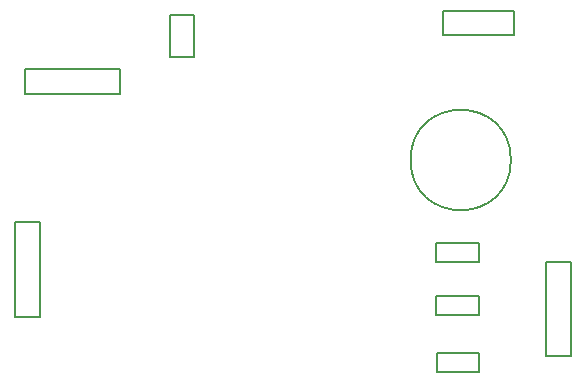
<source format=gbr>
G04*
G04 #@! TF.GenerationSoftware,Altium Limited,Altium Designer,22.4.2 (48)*
G04*
G04 Layer_Color=8388736*
%FSLAX44Y44*%
%MOMM*%
G71*
G04*
G04 #@! TF.SameCoordinates,526C220A-A096-4E3C-8F2C-01EC2D9484EB*
G04*
G04*
G04 #@! TF.FilePolarity,Positive*
G04*
G01*
G75*
%ADD11C,0.1500*%
%ADD12C,0.2000*%
D11*
X462500Y247500D02*
G03*
X462500Y247500I-42500J0D01*
G01*
D12*
X42750Y115000D02*
X63750D01*
Y195000D01*
X42750D02*
X63750D01*
X42750Y115000D02*
Y195000D01*
X492490Y161320D02*
X513490D01*
X492490Y81320D02*
Y161320D01*
Y81320D02*
X513490D01*
Y161320D01*
X399750Y84250D02*
X435750D01*
Y68250D02*
Y84250D01*
X399750Y68250D02*
X435750D01*
X399750D02*
Y84250D01*
X174220Y370300D02*
X194220D01*
X174220Y334300D02*
Y370300D01*
Y334300D02*
X194220D01*
Y370300D01*
X51510Y303700D02*
Y324700D01*
Y303700D02*
X131510D01*
Y324700D01*
X51510D02*
X131510D01*
X465360Y353030D02*
Y374030D01*
X405360D02*
X465360D01*
X405360Y353030D02*
Y374030D01*
Y353030D02*
X465360D01*
X399250Y161500D02*
Y177500D01*
Y161500D02*
X435250D01*
Y177500D01*
X399250D02*
X435250D01*
X399250Y116000D02*
Y132000D01*
Y116000D02*
X435250D01*
Y132000D01*
X399250D02*
X435250D01*
M02*

</source>
